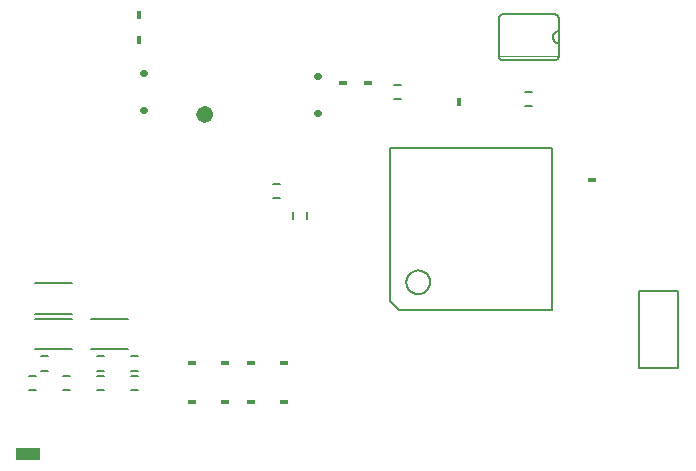
<source format=gbo>
G75*
G70*
%OFA0B0*%
%FSLAX24Y24*%
%IPPOS*%
%LPD*%
%AMOC8*
5,1,8,0,0,1.08239X$1,22.5*
%
%ADD10C,0.0060*%
%ADD11C,0.0020*%
%ADD12R,0.0180X0.0300*%
%ADD13R,0.0300X0.0180*%
%ADD14C,0.0300*%
%ADD15C,0.0220*%
%ADD16C,0.0080*%
%ADD17R,0.0787X0.0394*%
D10*
X000784Y004455D02*
X001020Y004455D01*
X001020Y004927D02*
X000784Y004927D01*
X001177Y005095D02*
X001414Y005095D01*
X001414Y005567D02*
X001177Y005567D01*
X001916Y004927D02*
X002152Y004927D01*
X002152Y004455D02*
X001916Y004455D01*
X003047Y004455D02*
X003284Y004455D01*
X003284Y004927D02*
X003047Y004927D01*
X003047Y005095D02*
X003284Y005095D01*
X003284Y005567D02*
X003047Y005567D01*
X004179Y005567D02*
X004416Y005567D01*
X004416Y005095D02*
X004179Y005095D01*
X004179Y004927D02*
X004416Y004927D01*
X004416Y004455D02*
X004179Y004455D01*
X009573Y010134D02*
X009573Y010370D01*
X010046Y010370D02*
X010046Y010134D01*
X009140Y010853D02*
X008904Y010853D01*
X008904Y011325D02*
X009140Y011325D01*
X012812Y012515D02*
X012812Y007399D01*
X013107Y007103D01*
X018224Y007103D01*
X018224Y012515D01*
X012812Y012515D01*
X012939Y014150D02*
X013175Y014150D01*
X013175Y014622D02*
X012939Y014622D01*
X016437Y015587D02*
X016437Y016827D01*
X016439Y016850D01*
X016444Y016873D01*
X016453Y016895D01*
X016466Y016915D01*
X016481Y016933D01*
X016499Y016948D01*
X016519Y016961D01*
X016541Y016970D01*
X016564Y016975D01*
X016587Y016977D01*
X018287Y016977D01*
X018310Y016975D01*
X018333Y016970D01*
X018355Y016961D01*
X018375Y016948D01*
X018393Y016933D01*
X018408Y016915D01*
X018421Y016895D01*
X018430Y016873D01*
X018435Y016850D01*
X018437Y016827D01*
X018437Y016407D01*
X018437Y016007D01*
X018437Y015587D01*
X018435Y015564D01*
X018430Y015541D01*
X018421Y015519D01*
X018408Y015499D01*
X018393Y015481D01*
X018375Y015466D01*
X018355Y015453D01*
X018333Y015444D01*
X018310Y015439D01*
X018287Y015437D01*
X016587Y015437D01*
X016564Y015439D01*
X016541Y015444D01*
X016519Y015453D01*
X016499Y015466D01*
X016481Y015481D01*
X016466Y015499D01*
X016453Y015519D01*
X016444Y015541D01*
X016439Y015564D01*
X016437Y015587D01*
X017319Y014376D02*
X017555Y014376D01*
X017555Y013904D02*
X017319Y013904D01*
X018437Y016007D02*
X018410Y016009D01*
X018383Y016014D01*
X018357Y016024D01*
X018333Y016036D01*
X018311Y016052D01*
X018291Y016070D01*
X018274Y016092D01*
X018259Y016115D01*
X018249Y016140D01*
X018241Y016166D01*
X018237Y016193D01*
X018237Y016221D01*
X018241Y016248D01*
X018249Y016274D01*
X018259Y016299D01*
X018274Y016322D01*
X018291Y016344D01*
X018311Y016362D01*
X018333Y016378D01*
X018357Y016390D01*
X018383Y016400D01*
X018410Y016405D01*
X018437Y016407D01*
X013352Y008038D02*
X013354Y008077D01*
X013360Y008116D01*
X013370Y008154D01*
X013383Y008191D01*
X013400Y008226D01*
X013420Y008260D01*
X013444Y008291D01*
X013471Y008320D01*
X013500Y008346D01*
X013532Y008369D01*
X013566Y008389D01*
X013602Y008405D01*
X013639Y008417D01*
X013678Y008426D01*
X013717Y008431D01*
X013756Y008432D01*
X013795Y008429D01*
X013834Y008422D01*
X013871Y008411D01*
X013908Y008397D01*
X013943Y008379D01*
X013976Y008358D01*
X014007Y008333D01*
X014035Y008306D01*
X014060Y008276D01*
X014082Y008243D01*
X014101Y008209D01*
X014116Y008173D01*
X014128Y008135D01*
X014136Y008097D01*
X014140Y008058D01*
X014140Y008018D01*
X014136Y007979D01*
X014128Y007941D01*
X014116Y007903D01*
X014101Y007867D01*
X014082Y007833D01*
X014060Y007800D01*
X014035Y007770D01*
X014007Y007743D01*
X013976Y007718D01*
X013943Y007697D01*
X013908Y007679D01*
X013871Y007665D01*
X013834Y007654D01*
X013795Y007647D01*
X013756Y007644D01*
X013717Y007645D01*
X013678Y007650D01*
X013639Y007659D01*
X013602Y007671D01*
X013566Y007687D01*
X013532Y007707D01*
X013500Y007730D01*
X013471Y007756D01*
X013444Y007785D01*
X013420Y007816D01*
X013400Y007850D01*
X013383Y007885D01*
X013370Y007922D01*
X013360Y007960D01*
X013354Y007999D01*
X013352Y008038D01*
D11*
X016437Y015577D02*
X018437Y015577D01*
D12*
X015124Y014042D03*
X004445Y016109D03*
X004445Y016945D03*
D13*
X011236Y014681D03*
X012073Y014681D03*
X019553Y011433D03*
X009268Y005331D03*
X008185Y005331D03*
X007299Y005331D03*
X006217Y005331D03*
X006217Y004051D03*
X007299Y004051D03*
X008185Y004051D03*
X009268Y004051D03*
D14*
X006490Y013648D02*
X006492Y013669D01*
X006498Y013690D01*
X006507Y013710D01*
X006520Y013727D01*
X006535Y013742D01*
X006553Y013754D01*
X006573Y013762D01*
X006594Y013767D01*
X006615Y013768D01*
X006637Y013765D01*
X006657Y013758D01*
X006676Y013748D01*
X006693Y013735D01*
X006707Y013719D01*
X006718Y013700D01*
X006726Y013680D01*
X006730Y013659D01*
X006730Y013637D01*
X006726Y013616D01*
X006718Y013596D01*
X006707Y013577D01*
X006693Y013561D01*
X006676Y013548D01*
X006657Y013538D01*
X006637Y013531D01*
X006615Y013528D01*
X006594Y013529D01*
X006573Y013534D01*
X006553Y013542D01*
X006535Y013554D01*
X006520Y013569D01*
X006507Y013586D01*
X006498Y013606D01*
X006492Y013627D01*
X006490Y013648D01*
D15*
X004605Y013796D02*
X004581Y013796D01*
X004605Y015026D02*
X004581Y015026D01*
X010388Y014927D02*
X010412Y014927D01*
X010412Y013697D02*
X010388Y013697D01*
D16*
X002221Y008008D02*
X000961Y008008D01*
X000961Y006984D02*
X002221Y006984D01*
X002221Y006827D02*
X000961Y006827D01*
X000961Y005803D02*
X002221Y005803D01*
X002831Y005803D02*
X004091Y005803D01*
X004091Y006827D02*
X002831Y006827D01*
X021118Y007753D02*
X021118Y005173D01*
X022418Y005173D01*
X022418Y007753D01*
X021118Y007753D01*
D17*
X000754Y002319D03*
M02*

</source>
